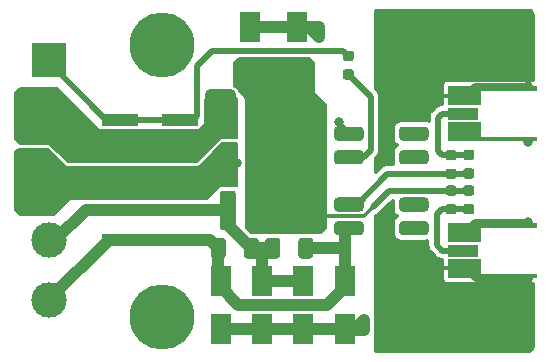
<source format=gtl>
G04 #@! TF.GenerationSoftware,KiCad,Pcbnew,5.1.9-73d0e3b20d~88~ubuntu20.04.1*
G04 #@! TF.CreationDate,2021-08-23T08:34:32+03:00*
G04 #@! TF.ProjectId,multirange_adapter,6d756c74-6972-4616-9e67-655f61646170,rev?*
G04 #@! TF.SameCoordinates,Original*
G04 #@! TF.FileFunction,Copper,L1,Top*
G04 #@! TF.FilePolarity,Positive*
%FSLAX46Y46*%
G04 Gerber Fmt 4.6, Leading zero omitted, Abs format (unit mm)*
G04 Created by KiCad (PCBNEW 5.1.9-73d0e3b20d~88~ubuntu20.04.1) date 2021-08-23 08:34:32*
%MOMM*%
%LPD*%
G01*
G04 APERTURE LIST*
G04 #@! TA.AperFunction,SMDPad,CuDef*
%ADD10C,0.350000*%
G04 #@! TD*
G04 #@! TA.AperFunction,SMDPad,CuDef*
%ADD11R,2.600000X1.100000*%
G04 #@! TD*
G04 #@! TA.AperFunction,SMDPad,CuDef*
%ADD12R,3.150000X1.000000*%
G04 #@! TD*
G04 #@! TA.AperFunction,ComponentPad*
%ADD13C,5.500000*%
G04 #@! TD*
G04 #@! TA.AperFunction,ComponentPad*
%ADD14C,3.000000*%
G04 #@! TD*
G04 #@! TA.AperFunction,ComponentPad*
%ADD15R,3.000000X3.000000*%
G04 #@! TD*
G04 #@! TA.AperFunction,SMDPad,CuDef*
%ADD16R,1.800000X2.500000*%
G04 #@! TD*
G04 #@! TA.AperFunction,ViaPad*
%ADD17C,0.800000*%
G04 #@! TD*
G04 #@! TA.AperFunction,Conductor*
%ADD18C,1.000000*%
G04 #@! TD*
G04 #@! TA.AperFunction,Conductor*
%ADD19C,2.000000*%
G04 #@! TD*
G04 #@! TA.AperFunction,Conductor*
%ADD20C,0.500000*%
G04 #@! TD*
G04 #@! TA.AperFunction,Conductor*
%ADD21C,0.300000*%
G04 #@! TD*
G04 #@! TA.AperFunction,Conductor*
%ADD22C,0.200000*%
G04 #@! TD*
G04 #@! TA.AperFunction,Conductor*
%ADD23C,0.350000*%
G04 #@! TD*
%ADD24C,0.350000*%
G04 APERTURE END LIST*
G04 #@! TA.AperFunction,SMDPad,CuDef*
D10*
G04 #@! TO.P,J4,2*
G04 #@! TO.N,GND*
G36*
X110250000Y-106600000D02*
G01*
X117750000Y-106600000D01*
X117750000Y-106950000D01*
X113050000Y-106950000D01*
X113050000Y-108150000D01*
X110250000Y-108150000D01*
X110250000Y-106600000D01*
G37*
G04 #@! TD.AperFunction*
G04 #@! TA.AperFunction,SMDPad,CuDef*
G36*
X110250000Y-109650000D02*
G01*
X113050000Y-109650000D01*
X113050000Y-110850000D01*
X117750000Y-110850000D01*
X117750000Y-111200000D01*
X110250000Y-111200000D01*
X110250000Y-109650000D01*
G37*
G04 #@! TD.AperFunction*
D11*
G04 #@! TO.P,J4,1*
G04 #@! TO.N,/OUT-*
X111550000Y-108900000D03*
G04 #@! TD*
G04 #@! TA.AperFunction,SMDPad,CuDef*
D10*
G04 #@! TO.P,J3,2*
G04 #@! TO.N,GND*
G36*
X110250000Y-95000000D02*
G01*
X117750000Y-95000000D01*
X117750000Y-95350000D01*
X113050000Y-95350000D01*
X113050000Y-96550000D01*
X110250000Y-96550000D01*
X110250000Y-95000000D01*
G37*
G04 #@! TD.AperFunction*
G04 #@! TA.AperFunction,SMDPad,CuDef*
G36*
X110250000Y-98050000D02*
G01*
X113050000Y-98050000D01*
X113050000Y-99250000D01*
X117750000Y-99250000D01*
X117750000Y-99600000D01*
X110250000Y-99600000D01*
X110250000Y-98050000D01*
G37*
G04 #@! TD.AperFunction*
D11*
G04 #@! TO.P,J3,1*
G04 #@! TO.N,/OUT+*
X111550000Y-97300000D03*
G04 #@! TD*
G04 #@! TO.P,C2,2*
G04 #@! TO.N,/SENSE-*
G04 #@! TA.AperFunction,SMDPad,CuDef*
G36*
G01*
X112256250Y-104250000D02*
X111743750Y-104250000D01*
G75*
G02*
X111525000Y-104031250I0J218750D01*
G01*
X111525000Y-103593750D01*
G75*
G02*
X111743750Y-103375000I218750J0D01*
G01*
X112256250Y-103375000D01*
G75*
G02*
X112475000Y-103593750I0J-218750D01*
G01*
X112475000Y-104031250D01*
G75*
G02*
X112256250Y-104250000I-218750J0D01*
G01*
G37*
G04 #@! TD.AperFunction*
G04 #@! TO.P,C2,1*
G04 #@! TO.N,/OUT-*
G04 #@! TA.AperFunction,SMDPad,CuDef*
G36*
G01*
X112256250Y-105825000D02*
X111743750Y-105825000D01*
G75*
G02*
X111525000Y-105606250I0J218750D01*
G01*
X111525000Y-105168750D01*
G75*
G02*
X111743750Y-104950000I218750J0D01*
G01*
X112256250Y-104950000D01*
G75*
G02*
X112475000Y-105168750I0J-218750D01*
G01*
X112475000Y-105606250D01*
G75*
G02*
X112256250Y-105825000I-218750J0D01*
G01*
G37*
G04 #@! TD.AperFunction*
G04 #@! TD*
G04 #@! TO.P,C1,2*
G04 #@! TO.N,/SENSE+*
G04 #@! TA.AperFunction,SMDPad,CuDef*
G36*
G01*
X111743750Y-101937500D02*
X112256250Y-101937500D01*
G75*
G02*
X112475000Y-102156250I0J-218750D01*
G01*
X112475000Y-102593750D01*
G75*
G02*
X112256250Y-102812500I-218750J0D01*
G01*
X111743750Y-102812500D01*
G75*
G02*
X111525000Y-102593750I0J218750D01*
G01*
X111525000Y-102156250D01*
G75*
G02*
X111743750Y-101937500I218750J0D01*
G01*
G37*
G04 #@! TD.AperFunction*
G04 #@! TO.P,C1,1*
G04 #@! TO.N,/OUT+*
G04 #@! TA.AperFunction,SMDPad,CuDef*
G36*
G01*
X111743750Y-100362500D02*
X112256250Y-100362500D01*
G75*
G02*
X112475000Y-100581250I0J-218750D01*
G01*
X112475000Y-101018750D01*
G75*
G02*
X112256250Y-101237500I-218750J0D01*
G01*
X111743750Y-101237500D01*
G75*
G02*
X111525000Y-101018750I0J218750D01*
G01*
X111525000Y-100581250D01*
G75*
G02*
X111743750Y-100362500I218750J0D01*
G01*
G37*
G04 #@! TD.AperFunction*
G04 #@! TD*
G04 #@! TO.P,R7,2*
G04 #@! TO.N,/SENSE-*
G04 #@! TA.AperFunction,SMDPad,CuDef*
G36*
G01*
X110756250Y-104250000D02*
X110243750Y-104250000D01*
G75*
G02*
X110025000Y-104031250I0J218750D01*
G01*
X110025000Y-103593750D01*
G75*
G02*
X110243750Y-103375000I218750J0D01*
G01*
X110756250Y-103375000D01*
G75*
G02*
X110975000Y-103593750I0J-218750D01*
G01*
X110975000Y-104031250D01*
G75*
G02*
X110756250Y-104250000I-218750J0D01*
G01*
G37*
G04 #@! TD.AperFunction*
G04 #@! TO.P,R7,1*
G04 #@! TO.N,/OUT-*
G04 #@! TA.AperFunction,SMDPad,CuDef*
G36*
G01*
X110756250Y-105825000D02*
X110243750Y-105825000D01*
G75*
G02*
X110025000Y-105606250I0J218750D01*
G01*
X110025000Y-105168750D01*
G75*
G02*
X110243750Y-104950000I218750J0D01*
G01*
X110756250Y-104950000D01*
G75*
G02*
X110975000Y-105168750I0J-218750D01*
G01*
X110975000Y-105606250D01*
G75*
G02*
X110756250Y-105825000I-218750J0D01*
G01*
G37*
G04 #@! TD.AperFunction*
G04 #@! TD*
G04 #@! TO.P,R6,2*
G04 #@! TO.N,/SENSE+*
G04 #@! TA.AperFunction,SMDPad,CuDef*
G36*
G01*
X110243750Y-101950000D02*
X110756250Y-101950000D01*
G75*
G02*
X110975000Y-102168750I0J-218750D01*
G01*
X110975000Y-102606250D01*
G75*
G02*
X110756250Y-102825000I-218750J0D01*
G01*
X110243750Y-102825000D01*
G75*
G02*
X110025000Y-102606250I0J218750D01*
G01*
X110025000Y-102168750D01*
G75*
G02*
X110243750Y-101950000I218750J0D01*
G01*
G37*
G04 #@! TD.AperFunction*
G04 #@! TO.P,R6,1*
G04 #@! TO.N,/OUT+*
G04 #@! TA.AperFunction,SMDPad,CuDef*
G36*
G01*
X110243750Y-100375000D02*
X110756250Y-100375000D01*
G75*
G02*
X110975000Y-100593750I0J-218750D01*
G01*
X110975000Y-101031250D01*
G75*
G02*
X110756250Y-101250000I-218750J0D01*
G01*
X110243750Y-101250000D01*
G75*
G02*
X110025000Y-101031250I0J218750D01*
G01*
X110025000Y-100593750D01*
G75*
G02*
X110243750Y-100375000I218750J0D01*
G01*
G37*
G04 #@! TD.AperFunction*
G04 #@! TD*
G04 #@! TO.P,R1,2*
G04 #@! TO.N,/V_IN*
G04 #@! TA.AperFunction,SMDPad,CuDef*
G36*
G01*
X102056250Y-92850000D02*
X101543750Y-92850000D01*
G75*
G02*
X101325000Y-92631250I0J218750D01*
G01*
X101325000Y-92193750D01*
G75*
G02*
X101543750Y-91975000I218750J0D01*
G01*
X102056250Y-91975000D01*
G75*
G02*
X102275000Y-92193750I0J-218750D01*
G01*
X102275000Y-92631250D01*
G75*
G02*
X102056250Y-92850000I-218750J0D01*
G01*
G37*
G04 #@! TD.AperFunction*
G04 #@! TO.P,R1,1*
G04 #@! TO.N,Net-(R1-Pad1)*
G04 #@! TA.AperFunction,SMDPad,CuDef*
G36*
G01*
X102056250Y-94425000D02*
X101543750Y-94425000D01*
G75*
G02*
X101325000Y-94206250I0J218750D01*
G01*
X101325000Y-93768750D01*
G75*
G02*
X101543750Y-93550000I218750J0D01*
G01*
X102056250Y-93550000D01*
G75*
G02*
X102275000Y-93768750I0J-218750D01*
G01*
X102275000Y-94206250D01*
G75*
G02*
X102056250Y-94425000I-218750J0D01*
G01*
G37*
G04 #@! TD.AperFunction*
G04 #@! TD*
D12*
G04 #@! TO.P,J2,10*
G04 #@! TO.N,/I_100mA*
X87525000Y-107980000D03*
G04 #@! TO.P,J2,9*
X82475000Y-107980000D03*
G04 #@! TO.P,J2,8*
G04 #@! TO.N,/I_1A*
X87525000Y-105440000D03*
G04 #@! TO.P,J2,7*
X82475000Y-105440000D03*
G04 #@! TO.P,J2,6*
G04 #@! TO.N,/I_5A*
X87525000Y-102900000D03*
G04 #@! TO.P,J2,5*
X82475000Y-102900000D03*
G04 #@! TO.P,J2,4*
G04 #@! TO.N,/COMMON*
X87525000Y-100360000D03*
G04 #@! TO.P,J2,3*
X82475000Y-100360000D03*
G04 #@! TO.P,J2,2*
G04 #@! TO.N,/V_IN*
X87525000Y-97820000D03*
G04 #@! TO.P,J2,1*
X82475000Y-97820000D03*
G04 #@! TD*
D13*
G04 #@! TO.P,H4,1*
G04 #@! TO.N,GND*
X107300000Y-114500000D03*
G04 #@! TD*
G04 #@! TO.P,H3,1*
G04 #@! TO.N,GND*
X107600000Y-91500000D03*
G04 #@! TD*
G04 #@! TO.P,H2,1*
G04 #@! TO.N,GND*
X86000000Y-114500000D03*
G04 #@! TD*
G04 #@! TO.P,H1,1*
G04 #@! TO.N,GND*
X86000000Y-91500000D03*
G04 #@! TD*
G04 #@! TO.P,R3,2*
G04 #@! TO.N,/I_5A*
G04 #@! TA.AperFunction,SMDPad,CuDef*
G36*
G01*
X92275000Y-100074999D02*
X92275000Y-102925001D01*
G75*
G02*
X92025001Y-103175000I-249999J0D01*
G01*
X91174999Y-103175000D01*
G75*
G02*
X90925000Y-102925001I0J249999D01*
G01*
X90925000Y-100074999D01*
G75*
G02*
X91174999Y-99825000I249999J0D01*
G01*
X92025001Y-99825000D01*
G75*
G02*
X92275000Y-100074999I0J-249999D01*
G01*
G37*
G04 #@! TD.AperFunction*
G04 #@! TO.P,R3,1*
G04 #@! TO.N,/SENSE-*
G04 #@! TA.AperFunction,SMDPad,CuDef*
G36*
G01*
X98075000Y-100074999D02*
X98075000Y-102925001D01*
G75*
G02*
X97825001Y-103175000I-249999J0D01*
G01*
X96974999Y-103175000D01*
G75*
G02*
X96725000Y-102925001I0J249999D01*
G01*
X96725000Y-100074999D01*
G75*
G02*
X96974999Y-99825000I249999J0D01*
G01*
X97825001Y-99825000D01*
G75*
G02*
X98075000Y-100074999I0J-249999D01*
G01*
G37*
G04 #@! TD.AperFunction*
G04 #@! TD*
G04 #@! TO.P,R5,2*
G04 #@! TO.N,/I_100mA*
G04 #@! TA.AperFunction,SMDPad,CuDef*
G36*
G01*
X91425000Y-108075000D02*
X91425000Y-109325000D01*
G75*
G02*
X91175000Y-109575000I-250000J0D01*
G01*
X90425000Y-109575000D01*
G75*
G02*
X90175000Y-109325000I0J250000D01*
G01*
X90175000Y-108075000D01*
G75*
G02*
X90425000Y-107825000I250000J0D01*
G01*
X91175000Y-107825000D01*
G75*
G02*
X91425000Y-108075000I0J-250000D01*
G01*
G37*
G04 #@! TD.AperFunction*
G04 #@! TO.P,R5,1*
G04 #@! TO.N,/I_1A*
G04 #@! TA.AperFunction,SMDPad,CuDef*
G36*
G01*
X94225000Y-108075000D02*
X94225000Y-109325000D01*
G75*
G02*
X93975000Y-109575000I-250000J0D01*
G01*
X93225000Y-109575000D01*
G75*
G02*
X92975000Y-109325000I0J250000D01*
G01*
X92975000Y-108075000D01*
G75*
G02*
X93225000Y-107825000I250000J0D01*
G01*
X93975000Y-107825000D01*
G75*
G02*
X94225000Y-108075000I0J-250000D01*
G01*
G37*
G04 #@! TD.AperFunction*
G04 #@! TD*
G04 #@! TO.P,R2,2*
G04 #@! TO.N,/I_100mA*
G04 #@! TA.AperFunction,SMDPad,CuDef*
G36*
G01*
X97575000Y-109325000D02*
X97575000Y-108075000D01*
G75*
G02*
X97825000Y-107825000I250000J0D01*
G01*
X98575000Y-107825000D01*
G75*
G02*
X98825000Y-108075000I0J-250000D01*
G01*
X98825000Y-109325000D01*
G75*
G02*
X98575000Y-109575000I-250000J0D01*
G01*
X97825000Y-109575000D01*
G75*
G02*
X97575000Y-109325000I0J250000D01*
G01*
G37*
G04 #@! TD.AperFunction*
G04 #@! TO.P,R2,1*
G04 #@! TO.N,/I_1A*
G04 #@! TA.AperFunction,SMDPad,CuDef*
G36*
G01*
X94775000Y-109325000D02*
X94775000Y-108075000D01*
G75*
G02*
X95025000Y-107825000I250000J0D01*
G01*
X95775000Y-107825000D01*
G75*
G02*
X96025000Y-108075000I0J-250000D01*
G01*
X96025000Y-109325000D01*
G75*
G02*
X95775000Y-109575000I-250000J0D01*
G01*
X95025000Y-109575000D01*
G75*
G02*
X94775000Y-109325000I0J250000D01*
G01*
G37*
G04 #@! TD.AperFunction*
G04 #@! TD*
G04 #@! TO.P,SW2,8*
G04 #@! TO.N,N/C*
G04 #@! TA.AperFunction,SMDPad,CuDef*
G36*
G01*
X106400000Y-106400000D02*
X108300000Y-106400000D01*
G75*
G02*
X108600000Y-106700000I0J-300000D01*
G01*
X108600000Y-107300000D01*
G75*
G02*
X108300000Y-107600000I-300000J0D01*
G01*
X106400000Y-107600000D01*
G75*
G02*
X106100000Y-107300000I0J300000D01*
G01*
X106100000Y-106700000D01*
G75*
G02*
X106400000Y-106400000I300000J0D01*
G01*
G37*
G04 #@! TD.AperFunction*
G04 #@! TO.P,SW2,7*
G04 #@! TA.AperFunction,SMDPad,CuDef*
G36*
G01*
X106400000Y-104400000D02*
X108300000Y-104400000D01*
G75*
G02*
X108600000Y-104700000I0J-300000D01*
G01*
X108600000Y-105300000D01*
G75*
G02*
X108300000Y-105600000I-300000J0D01*
G01*
X106400000Y-105600000D01*
G75*
G02*
X106100000Y-105300000I0J300000D01*
G01*
X106100000Y-104700000D01*
G75*
G02*
X106400000Y-104400000I300000J0D01*
G01*
G37*
G04 #@! TD.AperFunction*
G04 #@! TO.P,SW2,6*
G04 #@! TA.AperFunction,SMDPad,CuDef*
G36*
G01*
X106400000Y-100400000D02*
X108300000Y-100400000D01*
G75*
G02*
X108600000Y-100700000I0J-300000D01*
G01*
X108600000Y-101300000D01*
G75*
G02*
X108300000Y-101600000I-300000J0D01*
G01*
X106400000Y-101600000D01*
G75*
G02*
X106100000Y-101300000I0J300000D01*
G01*
X106100000Y-100700000D01*
G75*
G02*
X106400000Y-100400000I300000J0D01*
G01*
G37*
G04 #@! TD.AperFunction*
G04 #@! TO.P,SW2,5*
G04 #@! TA.AperFunction,SMDPad,CuDef*
G36*
G01*
X106400000Y-98400000D02*
X108300000Y-98400000D01*
G75*
G02*
X108600000Y-98700000I0J-300000D01*
G01*
X108600000Y-99300000D01*
G75*
G02*
X108300000Y-99600000I-300000J0D01*
G01*
X106400000Y-99600000D01*
G75*
G02*
X106100000Y-99300000I0J300000D01*
G01*
X106100000Y-98700000D01*
G75*
G02*
X106400000Y-98400000I300000J0D01*
G01*
G37*
G04 #@! TD.AperFunction*
G04 #@! TO.P,SW2,4*
G04 #@! TO.N,/I_100mA*
G04 #@! TA.AperFunction,SMDPad,CuDef*
G36*
G01*
X100900000Y-106400000D02*
X102800000Y-106400000D01*
G75*
G02*
X103100000Y-106700000I0J-300000D01*
G01*
X103100000Y-107300000D01*
G75*
G02*
X102800000Y-107600000I-300000J0D01*
G01*
X100900000Y-107600000D01*
G75*
G02*
X100600000Y-107300000I0J300000D01*
G01*
X100600000Y-106700000D01*
G75*
G02*
X100900000Y-106400000I300000J0D01*
G01*
G37*
G04 #@! TD.AperFunction*
G04 #@! TO.P,SW2,3*
G04 #@! TO.N,/SENSE+*
G04 #@! TA.AperFunction,SMDPad,CuDef*
G36*
G01*
X100900000Y-104400000D02*
X102800000Y-104400000D01*
G75*
G02*
X103100000Y-104700000I0J-300000D01*
G01*
X103100000Y-105300000D01*
G75*
G02*
X102800000Y-105600000I-300000J0D01*
G01*
X100900000Y-105600000D01*
G75*
G02*
X100600000Y-105300000I0J300000D01*
G01*
X100600000Y-104700000D01*
G75*
G02*
X100900000Y-104400000I300000J0D01*
G01*
G37*
G04 #@! TD.AperFunction*
G04 #@! TO.P,SW2,2*
G04 #@! TO.N,Net-(R1-Pad1)*
G04 #@! TA.AperFunction,SMDPad,CuDef*
G36*
G01*
X100900000Y-100400000D02*
X102800000Y-100400000D01*
G75*
G02*
X103100000Y-100700000I0J-300000D01*
G01*
X103100000Y-101300000D01*
G75*
G02*
X102800000Y-101600000I-300000J0D01*
G01*
X100900000Y-101600000D01*
G75*
G02*
X100600000Y-101300000I0J300000D01*
G01*
X100600000Y-100700000D01*
G75*
G02*
X100900000Y-100400000I300000J0D01*
G01*
G37*
G04 #@! TD.AperFunction*
G04 #@! TO.P,SW2,1*
G04 #@! TO.N,/I_5A*
G04 #@! TA.AperFunction,SMDPad,CuDef*
G36*
G01*
X100900000Y-98400000D02*
X102800000Y-98400000D01*
G75*
G02*
X103100000Y-98700000I0J-300000D01*
G01*
X103100000Y-99300000D01*
G75*
G02*
X102800000Y-99600000I-300000J0D01*
G01*
X100900000Y-99600000D01*
G75*
G02*
X100600000Y-99300000I0J300000D01*
G01*
X100600000Y-98700000D01*
G75*
G02*
X100900000Y-98400000I300000J0D01*
G01*
G37*
G04 #@! TD.AperFunction*
G04 #@! TD*
G04 #@! TO.P,R4,2*
G04 #@! TO.N,/I_1A*
G04 #@! TA.AperFunction,SMDPad,CuDef*
G36*
G01*
X92275000Y-104074999D02*
X92275000Y-106925001D01*
G75*
G02*
X92025001Y-107175000I-249999J0D01*
G01*
X91174999Y-107175000D01*
G75*
G02*
X90925000Y-106925001I0J249999D01*
G01*
X90925000Y-104074999D01*
G75*
G02*
X91174999Y-103825000I249999J0D01*
G01*
X92025001Y-103825000D01*
G75*
G02*
X92275000Y-104074999I0J-249999D01*
G01*
G37*
G04 #@! TD.AperFunction*
G04 #@! TO.P,R4,1*
G04 #@! TO.N,/SENSE-*
G04 #@! TA.AperFunction,SMDPad,CuDef*
G36*
G01*
X98075000Y-104074999D02*
X98075000Y-106925001D01*
G75*
G02*
X97825001Y-107175000I-249999J0D01*
G01*
X96974999Y-107175000D01*
G75*
G02*
X96725000Y-106925001I0J249999D01*
G01*
X96725000Y-104074999D01*
G75*
G02*
X96974999Y-103825000I249999J0D01*
G01*
X97825001Y-103825000D01*
G75*
G02*
X98075000Y-104074999I0J-249999D01*
G01*
G37*
G04 #@! TD.AperFunction*
G04 #@! TD*
D14*
G04 #@! TO.P,J1,5*
G04 #@! TO.N,/I_100mA*
X76500000Y-113120000D03*
G04 #@! TO.P,J1,4*
G04 #@! TO.N,/I_1A*
X76500000Y-108040000D03*
D15*
G04 #@! TO.P,J1,1*
G04 #@! TO.N,/V_IN*
X76500000Y-92800000D03*
D14*
G04 #@! TO.P,J1,3*
G04 #@! TO.N,/I_5A*
X76500000Y-102960000D03*
G04 #@! TO.P,J1,2*
G04 #@! TO.N,/COMMON*
X76500000Y-97880000D03*
G04 #@! TD*
G04 #@! TO.P,F1,2*
G04 #@! TO.N,/SENSE-*
G04 #@! TA.AperFunction,SMDPad,CuDef*
G36*
G01*
X97600000Y-98400000D02*
X97600000Y-98000000D01*
G75*
G02*
X97800000Y-97800000I200000J0D01*
G01*
X99000000Y-97800000D01*
G75*
G02*
X99200000Y-98000000I0J-200000D01*
G01*
X99200000Y-98400000D01*
G75*
G02*
X99000000Y-98600000I-200000J0D01*
G01*
X97800000Y-98600000D01*
G75*
G02*
X97600000Y-98400000I0J200000D01*
G01*
G37*
G04 #@! TD.AperFunction*
G04 #@! TA.AperFunction,SMDPad,CuDef*
G36*
G01*
X97600000Y-97000000D02*
X97600000Y-96600000D01*
G75*
G02*
X97800000Y-96400000I200000J0D01*
G01*
X99000000Y-96400000D01*
G75*
G02*
X99200000Y-96600000I0J-200000D01*
G01*
X99200000Y-97000000D01*
G75*
G02*
X99000000Y-97200000I-200000J0D01*
G01*
X97800000Y-97200000D01*
G75*
G02*
X97600000Y-97000000I0J200000D01*
G01*
G37*
G04 #@! TD.AperFunction*
G04 #@! TO.P,F1,1*
G04 #@! TO.N,/COMMON*
G04 #@! TA.AperFunction,SMDPad,CuDef*
G36*
G01*
X90200000Y-98400000D02*
X90200000Y-98000000D01*
G75*
G02*
X90400000Y-97800000I200000J0D01*
G01*
X91600000Y-97800000D01*
G75*
G02*
X91800000Y-98000000I0J-200000D01*
G01*
X91800000Y-98400000D01*
G75*
G02*
X91600000Y-98600000I-200000J0D01*
G01*
X90400000Y-98600000D01*
G75*
G02*
X90200000Y-98400000I0J200000D01*
G01*
G37*
G04 #@! TD.AperFunction*
G04 #@! TA.AperFunction,SMDPad,CuDef*
G36*
G01*
X90200000Y-97000000D02*
X90200000Y-96600000D01*
G75*
G02*
X90400000Y-96400000I200000J0D01*
G01*
X91600000Y-96400000D01*
G75*
G02*
X91800000Y-96600000I0J-200000D01*
G01*
X91800000Y-97000000D01*
G75*
G02*
X91600000Y-97200000I-200000J0D01*
G01*
X90400000Y-97200000D01*
G75*
G02*
X90200000Y-97000000I0J200000D01*
G01*
G37*
G04 #@! TD.AperFunction*
G04 #@! TD*
D16*
G04 #@! TO.P,D6,2*
G04 #@! TO.N,Net-(D1-Pad2)*
X101500000Y-115500000D03*
G04 #@! TO.P,D6,1*
G04 #@! TO.N,/I_100mA*
X101500000Y-111500000D03*
G04 #@! TD*
G04 #@! TO.P,D4,2*
G04 #@! TO.N,Net-(D1-Pad2)*
X98000000Y-115500000D03*
G04 #@! TO.P,D4,1*
G04 #@! TO.N,/I_1A*
X98000000Y-111500000D03*
G04 #@! TD*
G04 #@! TO.P,D2,2*
G04 #@! TO.N,/SENSE-*
X93500000Y-94000000D03*
G04 #@! TO.P,D2,1*
G04 #@! TO.N,Net-(D1-Pad2)*
X93500000Y-90000000D03*
G04 #@! TD*
G04 #@! TO.P,D5,2*
G04 #@! TO.N,/I_100mA*
X91000000Y-111500000D03*
G04 #@! TO.P,D5,1*
G04 #@! TO.N,Net-(D1-Pad2)*
X91000000Y-115500000D03*
G04 #@! TD*
G04 #@! TO.P,D3,2*
G04 #@! TO.N,/I_1A*
X94500000Y-111500000D03*
G04 #@! TO.P,D3,1*
G04 #@! TO.N,Net-(D1-Pad2)*
X94500000Y-115500000D03*
G04 #@! TD*
G04 #@! TO.P,D1,2*
G04 #@! TO.N,Net-(D1-Pad2)*
X97500000Y-90000000D03*
G04 #@! TO.P,D1,1*
G04 #@! TO.N,/SENSE-*
X97500000Y-94000000D03*
G04 #@! TD*
D17*
G04 #@! TO.N,Net-(D1-Pad2)*
X103100000Y-114800000D03*
X103100000Y-115600000D03*
X99300000Y-90000000D03*
X99300000Y-90800000D03*
G04 #@! TO.N,/COMMON*
X90200000Y-95700000D03*
X91000000Y-95700000D03*
X91800000Y-95700000D03*
G04 #@! TO.N,/SENSE-*
X94000000Y-96000000D03*
X96000000Y-96000000D03*
X96000000Y-98000000D03*
X94000000Y-98000000D03*
X94000000Y-100000000D03*
X96000000Y-100000000D03*
X96000000Y-102000000D03*
X94000000Y-102000000D03*
X94000000Y-104000000D03*
X96000000Y-104000000D03*
X94000000Y-106000000D03*
X96000000Y-106000000D03*
X99000000Y-106000000D03*
X99000000Y-104000000D03*
X99000000Y-102000000D03*
X99000000Y-100000000D03*
G04 #@! TO.N,GND*
X111700000Y-95800000D03*
X111700000Y-98800000D03*
X117000000Y-94925000D03*
X117000000Y-99700000D03*
X111700000Y-107400000D03*
X111700000Y-110400000D03*
X117000000Y-106500000D03*
X117000000Y-111300000D03*
X105200000Y-105600000D03*
X105200000Y-101200000D03*
G04 #@! TO.N,/I_5A*
X101000000Y-98000000D03*
X92400000Y-101500000D03*
X90300000Y-101500000D03*
X90300000Y-102300000D03*
X90300000Y-103100000D03*
G04 #@! TD*
D18*
G04 #@! TO.N,Net-(D1-Pad2)*
X91000000Y-115500000D02*
X101500000Y-115500000D01*
X93500000Y-90000000D02*
X97500000Y-90000000D01*
X102400000Y-115500000D02*
X103100000Y-114800000D01*
X101500000Y-115500000D02*
X102400000Y-115500000D01*
X103100000Y-114800000D02*
X103100000Y-115600000D01*
X101600000Y-115600000D02*
X101500000Y-115500000D01*
X103100000Y-115600000D02*
X101600000Y-115600000D01*
X98500000Y-90000000D02*
X98400000Y-90000000D01*
X99300000Y-90800000D02*
X98500000Y-90000000D01*
X98400000Y-90000000D02*
X97500000Y-90000000D01*
X99300000Y-90000000D02*
X98400000Y-90000000D01*
X99300000Y-90800000D02*
X99300000Y-90000000D01*
G04 #@! TO.N,/I_1A*
X91600000Y-106700000D02*
X93600000Y-108700000D01*
X91600000Y-105500000D02*
X91600000Y-106700000D01*
X98000000Y-111500000D02*
X94500000Y-111500000D01*
X94500000Y-108900000D02*
X94700000Y-108700000D01*
X94500000Y-111500000D02*
X94500000Y-108900000D01*
X94700000Y-108700000D02*
X95400000Y-108700000D01*
X93600000Y-108700000D02*
X94700000Y-108700000D01*
X91540000Y-105440000D02*
X91600000Y-105500000D01*
X79560000Y-105440000D02*
X91540000Y-105440000D01*
X76960000Y-108040000D02*
X79560000Y-105440000D01*
G04 #@! TO.N,/I_100mA*
X90800000Y-111300000D02*
X91000000Y-111500000D01*
X90800000Y-108700000D02*
X90800000Y-111300000D01*
X100000000Y-113500000D02*
X101500000Y-112000000D01*
X101500000Y-112000000D02*
X101500000Y-111500000D01*
X92500000Y-113500000D02*
X100000000Y-113500000D01*
X91000000Y-112000000D02*
X92500000Y-113500000D01*
X91000000Y-111500000D02*
X91000000Y-112000000D01*
X101400000Y-108700000D02*
X101500000Y-108800000D01*
X98200000Y-108700000D02*
X101400000Y-108700000D01*
X101500000Y-107350000D02*
X101850000Y-107000000D01*
X101500000Y-109800000D02*
X101500000Y-107350000D01*
X101500000Y-108800000D02*
X101500000Y-109800000D01*
X101500000Y-109800000D02*
X101500000Y-111500000D01*
X90080000Y-107980000D02*
X90800000Y-108700000D01*
X81520000Y-107980000D02*
X90080000Y-107980000D01*
X76380000Y-113120000D02*
X81520000Y-107980000D01*
D19*
G04 #@! TO.N,/COMMON*
X91000000Y-97400000D02*
X91000000Y-96800000D01*
X86425000Y-100360000D02*
X88040000Y-100360000D01*
X78360000Y-100360000D02*
X86425000Y-100360000D01*
X76000000Y-98000000D02*
X78360000Y-100360000D01*
D18*
X91000000Y-96500000D02*
X90200000Y-95700000D01*
X91000000Y-96800000D02*
X91000000Y-96500000D01*
X90200000Y-95700000D02*
X91000000Y-95700000D01*
X91000000Y-95700000D02*
X91800000Y-95700000D01*
D20*
G04 #@! TO.N,/V_IN*
X81320000Y-97820000D02*
X88280000Y-97820000D01*
X76300000Y-92800000D02*
X81320000Y-97820000D01*
X90236002Y-92000000D02*
X101387500Y-92000000D01*
X89000000Y-97500000D02*
X89000000Y-93236002D01*
X89000000Y-93236002D02*
X90236002Y-92000000D01*
X88680000Y-97820000D02*
X89000000Y-97500000D01*
X101387500Y-92000000D02*
X101800000Y-92412500D01*
X87525000Y-97820000D02*
X88680000Y-97820000D01*
G04 #@! TO.N,Net-(R1-Pad1)*
X103100000Y-101000000D02*
X101850000Y-101000000D01*
X103700000Y-95887500D02*
X103700000Y-100400000D01*
X103700000Y-100400000D02*
X103100000Y-101000000D01*
X101800000Y-93987500D02*
X103700000Y-95887500D01*
G04 #@! TO.N,/SENSE+*
X111987500Y-102387500D02*
X112000000Y-102375000D01*
X110500000Y-102387500D02*
X111987500Y-102387500D01*
X105112500Y-102387500D02*
X110500000Y-102387500D01*
X102500000Y-105000000D02*
X105112500Y-102387500D01*
X101850000Y-105000000D02*
X102500000Y-105000000D01*
D21*
G04 #@! TO.N,/OUT+*
X110512500Y-100800000D02*
X110500000Y-100812500D01*
X112000000Y-100800000D02*
X110512500Y-100800000D01*
X109712500Y-100812500D02*
X109400000Y-100500000D01*
X110500000Y-100812500D02*
X109712500Y-100812500D01*
D20*
X112000000Y-100800000D02*
X109700000Y-100800000D01*
X109700000Y-100800000D02*
X109400000Y-100500000D01*
X109750000Y-97300000D02*
X111550000Y-97300000D01*
X109400000Y-97650000D02*
X109750000Y-97300000D01*
X109400000Y-100500000D02*
X109400000Y-97650000D01*
D18*
G04 #@! TO.N,/SENSE-*
X98400000Y-104500000D02*
X97400000Y-105500000D01*
X98400000Y-96800000D02*
X98400000Y-104500000D01*
X93500000Y-95500000D02*
X94000000Y-96000000D01*
X93500000Y-94000000D02*
X93500000Y-95500000D01*
X94000000Y-96000000D02*
X96000000Y-96000000D01*
X96000000Y-96000000D02*
X96000000Y-98000000D01*
X96000000Y-98000000D02*
X94000000Y-98000000D01*
X94000000Y-98000000D02*
X94000000Y-100000000D01*
X94000000Y-100000000D02*
X96000000Y-100000000D01*
X96000000Y-100000000D02*
X96000000Y-102000000D01*
X96000000Y-102000000D02*
X94000000Y-102000000D01*
X94000000Y-102000000D02*
X94000000Y-104000000D01*
X94000000Y-104000000D02*
X96000000Y-104000000D01*
X94000000Y-104000000D02*
X94000000Y-106000000D01*
X94000000Y-106000000D02*
X96000000Y-106000000D01*
X96000000Y-106000000D02*
X99000000Y-106000000D01*
X99000000Y-106000000D02*
X99000000Y-104000000D01*
X99000000Y-104000000D02*
X99000000Y-102000000D01*
X99000000Y-102000000D02*
X99000000Y-100000000D01*
D21*
X99000000Y-106000000D02*
X103100000Y-106000000D01*
X105287500Y-103812500D02*
X110500000Y-103812500D01*
X112000000Y-103812500D02*
X110500000Y-103812500D01*
D20*
X103900000Y-105200000D02*
X105287500Y-103812500D01*
D21*
X103100000Y-106000000D02*
X103900000Y-105200000D01*
D20*
X105287500Y-103812500D02*
X112000000Y-103812500D01*
D21*
G04 #@! TO.N,/OUT-*
X112000000Y-105387500D02*
X110500000Y-105387500D01*
X110500000Y-105387500D02*
X109712500Y-105387500D01*
D20*
X110826088Y-105387500D02*
X109712500Y-105387500D01*
X112000000Y-105387500D02*
X110826088Y-105387500D01*
X109712500Y-105387500D02*
X109300000Y-105800000D01*
X109750000Y-108900000D02*
X111550000Y-108900000D01*
X109300000Y-108450000D02*
X109750000Y-108900000D01*
X109300000Y-105800000D02*
X109300000Y-108450000D01*
G04 #@! TO.N,GND*
X111675000Y-95775000D02*
X111700000Y-95800000D01*
X111650000Y-95775000D02*
X111675000Y-95775000D01*
X111675000Y-98825000D02*
X111700000Y-98800000D01*
X111650000Y-98825000D02*
X111675000Y-98825000D01*
X112500000Y-94925000D02*
X117000000Y-94925000D01*
X111650000Y-95775000D02*
X112500000Y-94925000D01*
X111675000Y-107375000D02*
X111700000Y-107400000D01*
X111650000Y-107375000D02*
X111675000Y-107375000D01*
X111675000Y-110425000D02*
X111700000Y-110400000D01*
X111650000Y-110425000D02*
X111675000Y-110425000D01*
X112525000Y-106500000D02*
X117000000Y-106500000D01*
X111650000Y-107375000D02*
X112525000Y-106500000D01*
X112600000Y-111300000D02*
X117000000Y-111300000D01*
X111700000Y-110400000D02*
X112600000Y-111300000D01*
D21*
X111700000Y-110400000D02*
X106400000Y-110400000D01*
X105200000Y-109200000D02*
X105200000Y-105600000D01*
X106400000Y-110400000D02*
X105200000Y-109200000D01*
X111700000Y-95800000D02*
X108380746Y-95800000D01*
X108380746Y-95800000D02*
X106700000Y-95800000D01*
X105200000Y-97300000D02*
X105200000Y-101200000D01*
X106700000Y-95800000D02*
X105200000Y-97300000D01*
D20*
G04 #@! TO.N,/I_5A*
X101000000Y-98150000D02*
X101850000Y-99000000D01*
X101000000Y-98000000D02*
X101000000Y-98150000D01*
X91600000Y-101500000D02*
X92400000Y-101500000D01*
D18*
X91600000Y-101500000D02*
X90300000Y-101500000D01*
X90300000Y-101500000D02*
X90300000Y-102300000D01*
X90300000Y-102300000D02*
X90300000Y-103100000D01*
G04 #@! TD*
D22*
G04 #@! TO.N,/I_5A*
X92400000Y-103400000D02*
X91000000Y-103400000D01*
X90980491Y-103401921D01*
X90961732Y-103407612D01*
X90944443Y-103416853D01*
X90929289Y-103429289D01*
X89858578Y-104500000D01*
X78300000Y-104500000D01*
X78280491Y-104501921D01*
X78261732Y-104507612D01*
X78244443Y-104516853D01*
X78229289Y-104529289D01*
X76858578Y-105900000D01*
X74041422Y-105900000D01*
X73600000Y-105458578D01*
X73600000Y-100541422D01*
X73871551Y-100269871D01*
X73885195Y-100277164D01*
X73941473Y-100294236D01*
X74000000Y-100300000D01*
X76375736Y-100300000D01*
X77787868Y-101712132D01*
X77833329Y-101749441D01*
X77885195Y-101777164D01*
X77941473Y-101794236D01*
X78000000Y-101800000D01*
X89000000Y-101800000D01*
X89058527Y-101794236D01*
X89114805Y-101777164D01*
X89166671Y-101749441D01*
X89212132Y-101712132D01*
X91124264Y-99800000D01*
X92400000Y-99800000D01*
X92400000Y-103400000D01*
G04 #@! TA.AperFunction,Conductor*
D23*
G36*
X92400000Y-103400000D02*
G01*
X91000000Y-103400000D01*
X90980491Y-103401921D01*
X90961732Y-103407612D01*
X90944443Y-103416853D01*
X90929289Y-103429289D01*
X89858578Y-104500000D01*
X78300000Y-104500000D01*
X78280491Y-104501921D01*
X78261732Y-104507612D01*
X78244443Y-104516853D01*
X78229289Y-104529289D01*
X76858578Y-105900000D01*
X74041422Y-105900000D01*
X73600000Y-105458578D01*
X73600000Y-100541422D01*
X73871551Y-100269871D01*
X73885195Y-100277164D01*
X73941473Y-100294236D01*
X74000000Y-100300000D01*
X76375736Y-100300000D01*
X77787868Y-101712132D01*
X77833329Y-101749441D01*
X77885195Y-101777164D01*
X77941473Y-101794236D01*
X78000000Y-101800000D01*
X89000000Y-101800000D01*
X89058527Y-101794236D01*
X89114805Y-101777164D01*
X89166671Y-101749441D01*
X89212132Y-101712132D01*
X91124264Y-99800000D01*
X92400000Y-99800000D01*
X92400000Y-103400000D01*
G37*
G04 #@! TD.AperFunction*
G04 #@! TD*
D22*
G04 #@! TO.N,/COMMON*
X80729289Y-98670711D02*
X80744443Y-98683147D01*
X80761732Y-98692388D01*
X80780491Y-98698079D01*
X80800000Y-98700000D01*
X89100000Y-98700000D01*
X89119509Y-98698079D01*
X89138268Y-98692388D01*
X89155557Y-98683147D01*
X89170711Y-98670711D01*
X89285868Y-98555554D01*
X89313158Y-98533158D01*
X89335554Y-98505868D01*
X89670711Y-98170711D01*
X89683147Y-98155557D01*
X89692388Y-98138268D01*
X89698079Y-98119509D01*
X89700000Y-98100000D01*
X89700000Y-96041422D01*
X90141422Y-95600000D01*
X91958578Y-95600000D01*
X92400000Y-96041422D01*
X92400000Y-99400000D01*
X91000000Y-99400000D01*
X90980491Y-99401921D01*
X90961732Y-99407612D01*
X90944443Y-99416853D01*
X90929289Y-99429289D01*
X88958578Y-101400000D01*
X78041422Y-101400000D01*
X76570711Y-99929289D01*
X76555557Y-99916853D01*
X76538268Y-99907612D01*
X76519509Y-99901921D01*
X76500000Y-99900000D01*
X74041422Y-99900000D01*
X73600000Y-99458578D01*
X73600000Y-95541422D01*
X74041422Y-95100000D01*
X77158578Y-95100000D01*
X80729289Y-98670711D01*
G04 #@! TA.AperFunction,Conductor*
D23*
G36*
X80729289Y-98670711D02*
G01*
X80744443Y-98683147D01*
X80761732Y-98692388D01*
X80780491Y-98698079D01*
X80800000Y-98700000D01*
X89100000Y-98700000D01*
X89119509Y-98698079D01*
X89138268Y-98692388D01*
X89155557Y-98683147D01*
X89170711Y-98670711D01*
X89285868Y-98555554D01*
X89313158Y-98533158D01*
X89335554Y-98505868D01*
X89670711Y-98170711D01*
X89683147Y-98155557D01*
X89692388Y-98138268D01*
X89698079Y-98119509D01*
X89700000Y-98100000D01*
X89700000Y-96041422D01*
X90141422Y-95600000D01*
X91958578Y-95600000D01*
X92400000Y-96041422D01*
X92400000Y-99400000D01*
X91000000Y-99400000D01*
X90980491Y-99401921D01*
X90961732Y-99407612D01*
X90944443Y-99416853D01*
X90929289Y-99429289D01*
X88958578Y-101400000D01*
X78041422Y-101400000D01*
X76570711Y-99929289D01*
X76555557Y-99916853D01*
X76538268Y-99907612D01*
X76519509Y-99901921D01*
X76500000Y-99900000D01*
X74041422Y-99900000D01*
X73600000Y-99458578D01*
X73600000Y-95541422D01*
X74041422Y-95100000D01*
X77158578Y-95100000D01*
X80729289Y-98670711D01*
G37*
G04 #@! TD.AperFunction*
G04 #@! TD*
D22*
G04 #@! TO.N,/SENSE-*
X98900000Y-93041422D02*
X98900000Y-95500000D01*
X98901921Y-95519509D01*
X98907612Y-95538268D01*
X98916853Y-95555557D01*
X98929289Y-95570711D01*
X99900000Y-96541422D01*
X99900000Y-106958578D01*
X99458578Y-107400000D01*
X93541422Y-107400000D01*
X93100000Y-106958578D01*
X93100000Y-96000000D01*
X93098079Y-95980491D01*
X93092388Y-95961732D01*
X93083147Y-95944443D01*
X93070711Y-95929289D01*
X92546548Y-95405126D01*
X92542679Y-95392372D01*
X92468393Y-95253394D01*
X92368422Y-95131578D01*
X92246606Y-95031607D01*
X92107628Y-94957321D01*
X92100000Y-94955007D01*
X92100000Y-93041422D01*
X92541422Y-92600000D01*
X98458578Y-92600000D01*
X98900000Y-93041422D01*
G04 #@! TA.AperFunction,Conductor*
D23*
G36*
X98900000Y-93041422D02*
G01*
X98900000Y-95500000D01*
X98901921Y-95519509D01*
X98907612Y-95538268D01*
X98916853Y-95555557D01*
X98929289Y-95570711D01*
X99900000Y-96541422D01*
X99900000Y-106958578D01*
X99458578Y-107400000D01*
X93541422Y-107400000D01*
X93100000Y-106958578D01*
X93100000Y-96000000D01*
X93098079Y-95980491D01*
X93092388Y-95961732D01*
X93083147Y-95944443D01*
X93070711Y-95929289D01*
X92546548Y-95405126D01*
X92542679Y-95392372D01*
X92468393Y-95253394D01*
X92368422Y-95131578D01*
X92246606Y-95031607D01*
X92107628Y-94957321D01*
X92100000Y-94955007D01*
X92100000Y-93041422D01*
X92541422Y-92600000D01*
X98458578Y-92600000D01*
X98900000Y-93041422D01*
G37*
G04 #@! TD.AperFunction*
G04 #@! TD*
D21*
G04 #@! TO.N,GND*
X105547339Y-104700000D02*
X105547339Y-105300000D01*
X105563723Y-105466346D01*
X105612244Y-105626299D01*
X105691038Y-105773713D01*
X105797078Y-105902922D01*
X105915367Y-106000000D01*
X105797078Y-106097078D01*
X105691038Y-106226287D01*
X105612244Y-106373701D01*
X105563723Y-106533654D01*
X105547339Y-106700000D01*
X105547339Y-107300000D01*
X105563723Y-107466346D01*
X105612244Y-107626299D01*
X105691038Y-107773713D01*
X105797078Y-107902922D01*
X105926287Y-108008962D01*
X106073701Y-108087756D01*
X106233654Y-108136277D01*
X106400000Y-108152661D01*
X108300000Y-108152661D01*
X108466346Y-108136277D01*
X108500001Y-108126068D01*
X108500001Y-108410700D01*
X108496130Y-108450000D01*
X108511577Y-108606827D01*
X108557321Y-108757627D01*
X108631607Y-108896606D01*
X108706531Y-108987901D01*
X108731579Y-109018422D01*
X108762099Y-109043469D01*
X109156527Y-109437897D01*
X109181578Y-109468422D01*
X109255233Y-109528869D01*
X109303393Y-109568393D01*
X109442372Y-109642679D01*
X109593173Y-109688424D01*
X109697339Y-109698683D01*
X109697339Y-111200000D01*
X109707958Y-111307819D01*
X109739408Y-111411494D01*
X109790479Y-111507042D01*
X109859210Y-111590790D01*
X109942958Y-111659521D01*
X110038506Y-111710592D01*
X110142181Y-111742042D01*
X110250000Y-111752661D01*
X117425000Y-111752661D01*
X117425001Y-116971865D01*
X117414201Y-117082014D01*
X117390382Y-117160905D01*
X117351694Y-117233666D01*
X117299610Y-117297527D01*
X117236114Y-117350056D01*
X117163628Y-117389249D01*
X117084904Y-117413618D01*
X116976616Y-117425000D01*
X104150000Y-117425000D01*
X104150000Y-115651577D01*
X104155080Y-115600000D01*
X104150000Y-115548422D01*
X104150000Y-114851569D01*
X104155079Y-114800001D01*
X104150000Y-114748433D01*
X104150000Y-105960160D01*
X104207627Y-105942679D01*
X104346606Y-105868393D01*
X104437901Y-105793469D01*
X105549084Y-104682287D01*
X105547339Y-104700000D01*
G04 #@! TA.AperFunction,Conductor*
D23*
G36*
X105547339Y-104700000D02*
G01*
X105547339Y-105300000D01*
X105563723Y-105466346D01*
X105612244Y-105626299D01*
X105691038Y-105773713D01*
X105797078Y-105902922D01*
X105915367Y-106000000D01*
X105797078Y-106097078D01*
X105691038Y-106226287D01*
X105612244Y-106373701D01*
X105563723Y-106533654D01*
X105547339Y-106700000D01*
X105547339Y-107300000D01*
X105563723Y-107466346D01*
X105612244Y-107626299D01*
X105691038Y-107773713D01*
X105797078Y-107902922D01*
X105926287Y-108008962D01*
X106073701Y-108087756D01*
X106233654Y-108136277D01*
X106400000Y-108152661D01*
X108300000Y-108152661D01*
X108466346Y-108136277D01*
X108500001Y-108126068D01*
X108500001Y-108410700D01*
X108496130Y-108450000D01*
X108511577Y-108606827D01*
X108557321Y-108757627D01*
X108631607Y-108896606D01*
X108706531Y-108987901D01*
X108731579Y-109018422D01*
X108762099Y-109043469D01*
X109156527Y-109437897D01*
X109181578Y-109468422D01*
X109255233Y-109528869D01*
X109303393Y-109568393D01*
X109442372Y-109642679D01*
X109593173Y-109688424D01*
X109697339Y-109698683D01*
X109697339Y-111200000D01*
X109707958Y-111307819D01*
X109739408Y-111411494D01*
X109790479Y-111507042D01*
X109859210Y-111590790D01*
X109942958Y-111659521D01*
X110038506Y-111710592D01*
X110142181Y-111742042D01*
X110250000Y-111752661D01*
X117425000Y-111752661D01*
X117425001Y-116971865D01*
X117414201Y-117082014D01*
X117390382Y-117160905D01*
X117351694Y-117233666D01*
X117299610Y-117297527D01*
X117236114Y-117350056D01*
X117163628Y-117389249D01*
X117084904Y-117413618D01*
X116976616Y-117425000D01*
X104150000Y-117425000D01*
X104150000Y-115651577D01*
X104155080Y-115600000D01*
X104150000Y-115548422D01*
X104150000Y-114851569D01*
X104155079Y-114800001D01*
X104150000Y-114748433D01*
X104150000Y-105960160D01*
X104207627Y-105942679D01*
X104346606Y-105868393D01*
X104437901Y-105793469D01*
X105549084Y-104682287D01*
X105547339Y-104700000D01*
G37*
G04 #@! TD.AperFunction*
D21*
X117082014Y-88585799D02*
X117160906Y-88609618D01*
X117233665Y-88648305D01*
X117297527Y-88700389D01*
X117350056Y-88763885D01*
X117389250Y-88836375D01*
X117413618Y-88915096D01*
X117425000Y-89023383D01*
X117425001Y-94447339D01*
X110250000Y-94447339D01*
X110142181Y-94457958D01*
X110038506Y-94489408D01*
X109942958Y-94540479D01*
X109859210Y-94609210D01*
X109790479Y-94692958D01*
X109739408Y-94788506D01*
X109707958Y-94892181D01*
X109697339Y-95000000D01*
X109697339Y-96501317D01*
X109593173Y-96511576D01*
X109442372Y-96557321D01*
X109303394Y-96631607D01*
X109181578Y-96731578D01*
X109156523Y-96762108D01*
X108862099Y-97056531D01*
X108831579Y-97081578D01*
X108806532Y-97112098D01*
X108806531Y-97112099D01*
X108731607Y-97203394D01*
X108657321Y-97342373D01*
X108611577Y-97493173D01*
X108596130Y-97650000D01*
X108600001Y-97689300D01*
X108600001Y-97904267D01*
X108466346Y-97863723D01*
X108300000Y-97847339D01*
X106400000Y-97847339D01*
X106233654Y-97863723D01*
X106073701Y-97912244D01*
X105926287Y-97991038D01*
X105797078Y-98097078D01*
X105691038Y-98226287D01*
X105612244Y-98373701D01*
X105563723Y-98533654D01*
X105547339Y-98700000D01*
X105547339Y-99300000D01*
X105563723Y-99466346D01*
X105612244Y-99626299D01*
X105691038Y-99773713D01*
X105797078Y-99902922D01*
X105915367Y-100000000D01*
X105797078Y-100097078D01*
X105691038Y-100226287D01*
X105612244Y-100373701D01*
X105563723Y-100533654D01*
X105547339Y-100700000D01*
X105547339Y-101300000D01*
X105563723Y-101466346D01*
X105600475Y-101587500D01*
X105151791Y-101587500D01*
X105112500Y-101583630D01*
X105073209Y-101587500D01*
X105073207Y-101587500D01*
X104955673Y-101599076D01*
X104804872Y-101644821D01*
X104665893Y-101719107D01*
X104579314Y-101790161D01*
X104544078Y-101819078D01*
X104519031Y-101849598D01*
X104150000Y-102218629D01*
X104150000Y-101081371D01*
X104237902Y-100993469D01*
X104268422Y-100968422D01*
X104332140Y-100890781D01*
X104368393Y-100846607D01*
X104442679Y-100707628D01*
X104444993Y-100700000D01*
X104488424Y-100556827D01*
X104500000Y-100439293D01*
X104500000Y-100439292D01*
X104503870Y-100400001D01*
X104500000Y-100360710D01*
X104500000Y-95926791D01*
X104503870Y-95887500D01*
X104498222Y-95830158D01*
X104488424Y-95730673D01*
X104442679Y-95579872D01*
X104402533Y-95504765D01*
X104368393Y-95440893D01*
X104318624Y-95380250D01*
X104268422Y-95319078D01*
X104237898Y-95294028D01*
X104150000Y-95206130D01*
X104150000Y-88575000D01*
X116971874Y-88575000D01*
X117082014Y-88585799D01*
G04 #@! TA.AperFunction,Conductor*
D23*
G36*
X117082014Y-88585799D02*
G01*
X117160906Y-88609618D01*
X117233665Y-88648305D01*
X117297527Y-88700389D01*
X117350056Y-88763885D01*
X117389250Y-88836375D01*
X117413618Y-88915096D01*
X117425000Y-89023383D01*
X117425001Y-94447339D01*
X110250000Y-94447339D01*
X110142181Y-94457958D01*
X110038506Y-94489408D01*
X109942958Y-94540479D01*
X109859210Y-94609210D01*
X109790479Y-94692958D01*
X109739408Y-94788506D01*
X109707958Y-94892181D01*
X109697339Y-95000000D01*
X109697339Y-96501317D01*
X109593173Y-96511576D01*
X109442372Y-96557321D01*
X109303394Y-96631607D01*
X109181578Y-96731578D01*
X109156523Y-96762108D01*
X108862099Y-97056531D01*
X108831579Y-97081578D01*
X108806532Y-97112098D01*
X108806531Y-97112099D01*
X108731607Y-97203394D01*
X108657321Y-97342373D01*
X108611577Y-97493173D01*
X108596130Y-97650000D01*
X108600001Y-97689300D01*
X108600001Y-97904267D01*
X108466346Y-97863723D01*
X108300000Y-97847339D01*
X106400000Y-97847339D01*
X106233654Y-97863723D01*
X106073701Y-97912244D01*
X105926287Y-97991038D01*
X105797078Y-98097078D01*
X105691038Y-98226287D01*
X105612244Y-98373701D01*
X105563723Y-98533654D01*
X105547339Y-98700000D01*
X105547339Y-99300000D01*
X105563723Y-99466346D01*
X105612244Y-99626299D01*
X105691038Y-99773713D01*
X105797078Y-99902922D01*
X105915367Y-100000000D01*
X105797078Y-100097078D01*
X105691038Y-100226287D01*
X105612244Y-100373701D01*
X105563723Y-100533654D01*
X105547339Y-100700000D01*
X105547339Y-101300000D01*
X105563723Y-101466346D01*
X105600475Y-101587500D01*
X105151791Y-101587500D01*
X105112500Y-101583630D01*
X105073209Y-101587500D01*
X105073207Y-101587500D01*
X104955673Y-101599076D01*
X104804872Y-101644821D01*
X104665893Y-101719107D01*
X104579314Y-101790161D01*
X104544078Y-101819078D01*
X104519031Y-101849598D01*
X104150000Y-102218629D01*
X104150000Y-101081371D01*
X104237902Y-100993469D01*
X104268422Y-100968422D01*
X104332140Y-100890781D01*
X104368393Y-100846607D01*
X104442679Y-100707628D01*
X104444993Y-100700000D01*
X104488424Y-100556827D01*
X104500000Y-100439293D01*
X104500000Y-100439292D01*
X104503870Y-100400001D01*
X104500000Y-100360710D01*
X104500000Y-95926791D01*
X104503870Y-95887500D01*
X104498222Y-95830158D01*
X104488424Y-95730673D01*
X104442679Y-95579872D01*
X104402533Y-95504765D01*
X104368393Y-95440893D01*
X104318624Y-95380250D01*
X104268422Y-95319078D01*
X104237898Y-95294028D01*
X104150000Y-95206130D01*
X104150000Y-88575000D01*
X116971874Y-88575000D01*
X117082014Y-88585799D01*
G37*
G04 #@! TD.AperFunction*
G04 #@! TD*
D24*
X103100000Y-114800000D03*
X103100000Y-115600000D03*
X99300000Y-90000000D03*
X99300000Y-90800000D03*
X90200000Y-95700000D03*
X91000000Y-95700000D03*
X91800000Y-95700000D03*
X94000000Y-96000000D03*
X96000000Y-96000000D03*
X96000000Y-98000000D03*
X94000000Y-98000000D03*
X94000000Y-100000000D03*
X96000000Y-100000000D03*
X96000000Y-102000000D03*
X94000000Y-102000000D03*
X94000000Y-104000000D03*
X96000000Y-104000000D03*
X94000000Y-106000000D03*
X96000000Y-106000000D03*
X99000000Y-106000000D03*
X99000000Y-104000000D03*
X99000000Y-102000000D03*
X99000000Y-100000000D03*
X111700000Y-95800000D03*
X111700000Y-98800000D03*
X117000000Y-94925000D03*
X117000000Y-99700000D03*
X111700000Y-107400000D03*
X111700000Y-110400000D03*
X117000000Y-106500000D03*
X117000000Y-111300000D03*
X105200000Y-105600000D03*
X105200000Y-101200000D03*
X101000000Y-98000000D03*
X92400000Y-101500000D03*
X90300000Y-101500000D03*
X90300000Y-102300000D03*
X90300000Y-103100000D03*
X107300000Y-114500000D03*
X107600000Y-91500000D03*
X86000000Y-114500000D03*
X86000000Y-91500000D03*
X76500000Y-113120000D03*
X76500000Y-108040000D03*
X76500000Y-92800000D03*
X76500000Y-102960000D03*
X76500000Y-97880000D03*
M02*

</source>
